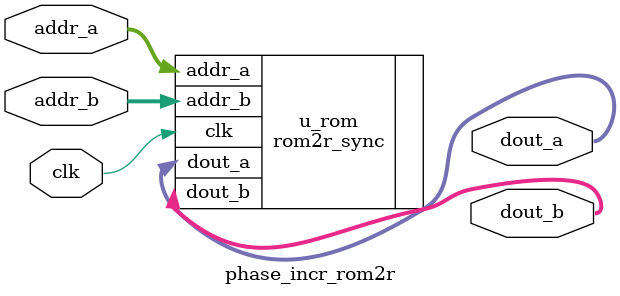
<source format=v>
`timescale 1ns/1ps
module phase_incr_rom2r #(
    parameter integer PHASE_W   = 32,
    parameter integer IDX_W     = 10,                       // index width
    parameter integer ROM_DEPTH = (1 << IDX_W),             // default depth
    parameter         INIT_FILE = "phase_incr_origin.mem"          // default file
)(
    input  wire                          clk,
    input  wire [$clog2(ROM_DEPTH)-1:0]  addr_a,            // index A
    output wire [PHASE_W-1:0]            dout_a,            // dphi A
    input  wire [$clog2(ROM_DEPTH)-1:0]  addr_b,            // index B
    output wire [PHASE_W-1:0]            dout_b             // dphi B
);
    rom2r_sync #(
        .WIDTH    (PHASE_W),
        .DEPTH    (ROM_DEPTH),
        .INIT_FILE(INIT_FILE)
    ) u_rom (
        .clk   (clk),
        .addr_a(addr_a),
        .dout_a(dout_a),
        .addr_b(addr_b),
        .dout_b(dout_b)
    );
endmodule
</source>
